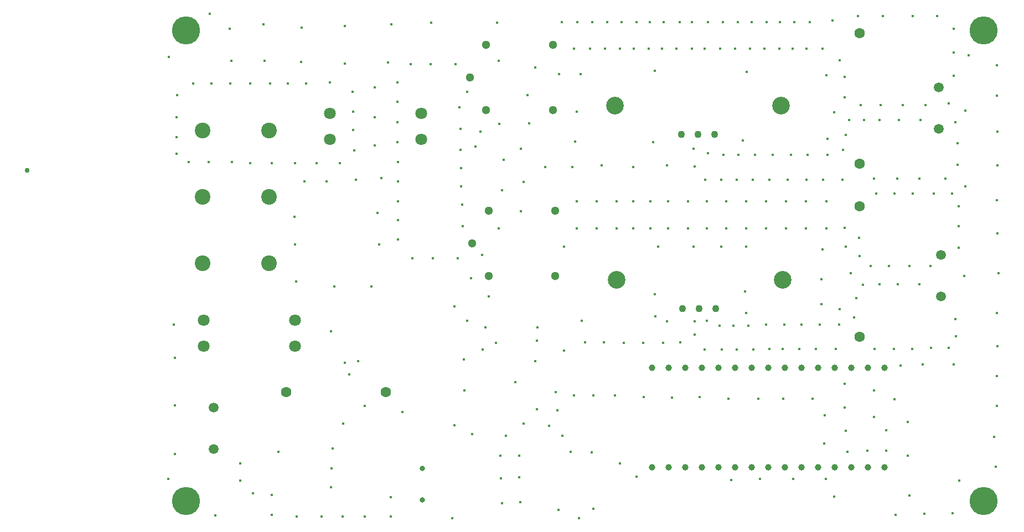
<source format=gbr>
%TF.GenerationSoftware,KiCad,Pcbnew,(6.0.6)*%
%TF.CreationDate,2023-06-01T04:12:44-08:00*%
%TF.ProjectId,FanSpeed_Controller,46616e53-7065-4656-945f-436f6e74726f,rev?*%
%TF.SameCoordinates,Original*%
%TF.FileFunction,Plated,1,2,PTH,Drill*%
%TF.FilePolarity,Positive*%
%FSLAX46Y46*%
G04 Gerber Fmt 4.6, Leading zero omitted, Abs format (unit mm)*
G04 Created by KiCad (PCBNEW (6.0.6)) date 2023-06-01 04:12:44*
%MOMM*%
%LPD*%
G01*
G04 APERTURE LIST*
%TA.AperFunction,ViaDrill*%
%ADD10C,0.400000*%
%TD*%
%TA.AperFunction,ComponentDrill*%
%ADD11C,0.762000*%
%TD*%
%TA.AperFunction,ComponentDrill*%
%ADD12C,0.800000*%
%TD*%
%TA.AperFunction,ComponentDrill*%
%ADD13C,1.000000*%
%TD*%
%TA.AperFunction,ComponentDrill*%
%ADD14C,1.100000*%
%TD*%
%TA.AperFunction,ComponentDrill*%
%ADD15C,1.300000*%
%TD*%
%TA.AperFunction,ComponentDrill*%
%ADD16C,1.500000*%
%TD*%
%TA.AperFunction,ComponentDrill*%
%ADD17C,1.600000*%
%TD*%
%TA.AperFunction,ComponentDrill*%
%ADD18C,1.800000*%
%TD*%
%TA.AperFunction,ComponentDrill*%
%ADD19C,2.400000*%
%TD*%
%TA.AperFunction,ComponentDrill*%
%ADD20C,2.700000*%
%TD*%
%TA.AperFunction,ComponentDrill*%
%ADD21C,4.300000*%
%TD*%
G04 APERTURE END LIST*
D10*
X101270000Y-112644000D03*
X101397000Y-48001000D03*
X102159000Y-89022000D03*
X102286000Y-94102000D03*
X102286000Y-101341000D03*
X102286000Y-108834000D03*
X102540000Y-57272000D03*
X102540000Y-60320000D03*
X102540000Y-62860000D03*
X102667000Y-53843000D03*
X104445000Y-64130000D03*
X105080000Y-52065000D03*
X107493000Y-64130000D03*
X107620000Y-41397000D03*
X107874000Y-52065000D03*
X108509000Y-118232000D03*
X110668000Y-43683000D03*
X110795000Y-52065000D03*
X110922000Y-48636000D03*
X111049000Y-64130000D03*
X112319000Y-110231000D03*
X112319000Y-112898000D03*
X113843000Y-52065000D03*
X113843000Y-64257000D03*
X114224000Y-114803000D03*
X115875000Y-43048000D03*
X116002000Y-48636000D03*
X116891000Y-52065000D03*
X117145000Y-64257000D03*
X117145000Y-115057000D03*
X117145000Y-118105000D03*
X118161000Y-108453000D03*
X119558000Y-52065000D03*
X120574000Y-72512000D03*
X120701000Y-64257000D03*
X120701000Y-76703000D03*
X120828000Y-82418000D03*
X120955000Y-118359000D03*
X121590000Y-48763000D03*
X121717000Y-43556000D03*
X122098000Y-67051000D03*
X122352000Y-52065000D03*
X124003000Y-64257000D03*
X124765000Y-118359000D03*
X125527000Y-67051000D03*
X126035000Y-51938000D03*
X126162000Y-90038000D03*
X126162000Y-113914000D03*
X126289000Y-110993000D03*
X126416000Y-107945000D03*
X126670000Y-83180000D03*
X127559000Y-64257000D03*
X127940000Y-118359000D03*
X128067000Y-104135000D03*
X128321000Y-43302000D03*
X128321000Y-49017000D03*
X128321000Y-94864000D03*
X128956000Y-96642000D03*
X129464000Y-53335000D03*
X129591000Y-56383000D03*
X129591000Y-59177000D03*
X129718000Y-62352000D03*
X129972000Y-66797000D03*
X130353000Y-94610000D03*
X131369000Y-101468000D03*
X131369000Y-118359000D03*
X132385000Y-83180000D03*
X132893000Y-52700000D03*
X132893000Y-57272000D03*
X132893000Y-61590000D03*
X133274000Y-71877000D03*
X133528000Y-76703000D03*
X133909000Y-66543000D03*
X134925000Y-48890000D03*
X135306000Y-115438000D03*
X135306000Y-118359000D03*
X135433000Y-43048000D03*
X136322000Y-51938000D03*
X136322000Y-54859000D03*
X136322000Y-58034000D03*
X136322000Y-61082000D03*
X136449000Y-64130000D03*
X136449000Y-67051000D03*
X136449000Y-70099000D03*
X136449000Y-73020000D03*
X136449000Y-75941000D03*
X137084000Y-102357000D03*
X138354000Y-49144000D03*
X138608000Y-78862000D03*
X141402000Y-49144000D03*
X141529000Y-42794000D03*
X141783000Y-78862000D03*
X144704000Y-118613000D03*
X145085000Y-86228000D03*
X145085000Y-104389000D03*
X145212000Y-49144000D03*
X145593000Y-78862000D03*
X145847000Y-55748000D03*
X145974000Y-59050000D03*
X145974000Y-62225000D03*
X146101000Y-65019000D03*
X146101000Y-67813000D03*
X146228000Y-70607000D03*
X146355000Y-73909000D03*
X146482000Y-94356000D03*
X146609000Y-99055000D03*
X146990000Y-53335000D03*
X146990000Y-88387000D03*
X147625000Y-81910000D03*
X147752000Y-105786000D03*
X148260000Y-61717000D03*
X149022000Y-59431000D03*
X149276000Y-78354000D03*
X149403000Y-92832000D03*
X149784000Y-89403000D03*
X150292000Y-84704000D03*
X151435000Y-91816000D03*
X151562000Y-42794000D03*
X151816000Y-48636000D03*
X151816000Y-74290000D03*
X151943000Y-58288000D03*
X152070000Y-109088000D03*
X152197000Y-112517000D03*
X152324000Y-68448000D03*
X152324000Y-116327000D03*
X152578000Y-63749000D03*
X152959000Y-106040000D03*
X154356000Y-97785000D03*
X154991000Y-109088000D03*
X154991000Y-112390000D03*
X155118000Y-116200000D03*
X155245000Y-62098000D03*
X155245000Y-71623000D03*
X155626000Y-67178000D03*
X155626000Y-104135000D03*
X156261000Y-53843000D03*
X156515000Y-58161000D03*
X157404000Y-49652000D03*
X157404000Y-94610000D03*
X157658000Y-91435000D03*
X157658000Y-101976000D03*
X157785000Y-89403000D03*
X158928000Y-64892000D03*
X159563000Y-104516000D03*
X160579000Y-99309000D03*
X160833000Y-102103000D03*
X160960000Y-117343000D03*
X161087000Y-50668000D03*
X161468000Y-42667000D03*
X161595000Y-106040000D03*
X161849000Y-77084000D03*
X161849000Y-92959000D03*
X162865000Y-108453000D03*
X163119000Y-64892000D03*
X163373000Y-46731000D03*
X163373000Y-99817000D03*
X163500000Y-60955000D03*
X163754000Y-56383000D03*
X163754000Y-70099000D03*
X163754000Y-74290000D03*
X163881000Y-42667000D03*
X164135000Y-118613000D03*
X164389000Y-50668000D03*
X164516000Y-88387000D03*
X165024000Y-91689000D03*
X165786000Y-46731000D03*
X166040000Y-108580000D03*
X166167000Y-42667000D03*
X166294000Y-99817000D03*
X166294000Y-117216000D03*
X166802000Y-70099000D03*
X166802000Y-74290000D03*
X167564000Y-64638000D03*
X167945000Y-91689000D03*
X168072000Y-46731000D03*
X168453000Y-42667000D03*
X169596000Y-99817000D03*
X169850000Y-70099000D03*
X169850000Y-74290000D03*
X170358000Y-46731000D03*
X170358000Y-110231000D03*
X170612000Y-42667000D03*
X170993000Y-91816000D03*
X172390000Y-64892000D03*
X172390000Y-70099000D03*
X172390000Y-74290000D03*
X172517000Y-46731000D03*
X172898000Y-42667000D03*
X172898000Y-112263000D03*
X173914000Y-91816000D03*
X174041000Y-100071000D03*
X174803000Y-46731000D03*
X174930000Y-42667000D03*
X175057000Y-70099000D03*
X175057000Y-74290000D03*
X175438000Y-61082000D03*
X175692000Y-50160000D03*
X175692000Y-84323000D03*
X175819000Y-87752000D03*
X176200000Y-77084000D03*
X176835000Y-46731000D03*
X176962000Y-91816000D03*
X177089000Y-42667000D03*
X177597000Y-64638000D03*
X177597000Y-88514000D03*
X177724000Y-70099000D03*
X177724000Y-74290000D03*
X178359000Y-100198000D03*
X178994000Y-46731000D03*
X179502000Y-42667000D03*
X179629000Y-91689000D03*
X180772000Y-70099000D03*
X180772000Y-74290000D03*
X181407000Y-42667000D03*
X181407000Y-46731000D03*
X181661000Y-62098000D03*
X181661000Y-77084000D03*
X181788000Y-64765000D03*
X181788000Y-88514000D03*
X181788000Y-90546000D03*
X182550000Y-100071000D03*
X183312000Y-46731000D03*
X183312000Y-92832000D03*
X183439000Y-66797000D03*
X183693000Y-70099000D03*
X183693000Y-74290000D03*
X183693000Y-88387000D03*
X183820000Y-42667000D03*
X183820000Y-62733000D03*
X185598000Y-89149000D03*
X185725000Y-46731000D03*
X185852000Y-66797000D03*
X185852000Y-77084000D03*
X185979000Y-92832000D03*
X186106000Y-42667000D03*
X186233000Y-62987000D03*
X186614000Y-70099000D03*
X186614000Y-74290000D03*
X186995000Y-100325000D03*
X187376000Y-112771000D03*
X187757000Y-89149000D03*
X188011000Y-46731000D03*
X188265000Y-66797000D03*
X188265000Y-92832000D03*
X188392000Y-42667000D03*
X188519000Y-62987000D03*
X189154000Y-60828000D03*
X189535000Y-83942000D03*
X189662000Y-70099000D03*
X189662000Y-74290000D03*
X189662000Y-77084000D03*
X189662000Y-87244000D03*
X189789000Y-50287000D03*
X190043000Y-89149000D03*
X190297000Y-46731000D03*
X190551000Y-42667000D03*
X190678000Y-66797000D03*
X190805000Y-92832000D03*
X191059000Y-62987000D03*
X191567000Y-100325000D03*
X191821000Y-112644000D03*
X192456000Y-46731000D03*
X192710000Y-70099000D03*
X192710000Y-74290000D03*
X192710000Y-89022000D03*
X192837000Y-42667000D03*
X193218000Y-66797000D03*
X193218000Y-92705000D03*
X193726000Y-62987000D03*
X194742000Y-46731000D03*
X194869000Y-42667000D03*
X195250000Y-92705000D03*
X195377000Y-100325000D03*
X195504000Y-89022000D03*
X195758000Y-70099000D03*
X195758000Y-74290000D03*
X196012000Y-66797000D03*
X196520000Y-62987000D03*
X196774000Y-46731000D03*
X196901000Y-112644000D03*
X197028000Y-42667000D03*
X197790000Y-92705000D03*
X198171000Y-89022000D03*
X198806000Y-70099000D03*
X198806000Y-74290000D03*
X198933000Y-46731000D03*
X198933000Y-66797000D03*
X199060000Y-62987000D03*
X199441000Y-42667000D03*
X199822000Y-100325000D03*
X200330000Y-92705000D03*
X200965000Y-89022000D03*
X201219000Y-82037000D03*
X201219000Y-85847000D03*
X201346000Y-46731000D03*
X201346000Y-77465000D03*
X201473000Y-66797000D03*
X201600000Y-107183000D03*
X201727000Y-102865000D03*
X201854000Y-112644000D03*
X201981000Y-50795000D03*
X201981000Y-70099000D03*
X201981000Y-74290000D03*
X202108000Y-60574000D03*
X202108000Y-62987000D03*
X202870000Y-42413000D03*
X203124000Y-56510000D03*
X203125000Y-115311000D03*
X203378000Y-92705000D03*
X203886000Y-89022000D03*
X204013000Y-48509000D03*
X204013000Y-86609000D03*
X204394000Y-66797000D03*
X204521000Y-62225000D03*
X204775000Y-51049000D03*
X204775000Y-54224000D03*
X204775000Y-74163000D03*
X204775000Y-98039000D03*
X204775000Y-101722000D03*
X204902000Y-59939000D03*
X204902000Y-77084000D03*
X204902000Y-105278000D03*
X205156000Y-108453000D03*
X205410000Y-57653000D03*
X205664000Y-81148000D03*
X206172000Y-87879000D03*
X206553000Y-84958000D03*
X206807000Y-41778000D03*
X206934000Y-75687000D03*
X207061000Y-78481000D03*
X207188000Y-55367000D03*
X207569000Y-82926000D03*
X207696000Y-57653000D03*
X208204000Y-108326000D03*
X208712000Y-80005000D03*
X209220000Y-66670000D03*
X209220000Y-99055000D03*
X209220000Y-103119000D03*
X209347000Y-92705000D03*
X209601000Y-68956000D03*
X210109000Y-57653000D03*
X210109000Y-82799000D03*
X210236000Y-55367000D03*
X210617000Y-41778000D03*
X211125000Y-105151000D03*
X211125000Y-108326000D03*
X211506000Y-80005000D03*
X212268000Y-92705000D03*
X212395000Y-68956000D03*
X212395000Y-100452000D03*
X212522000Y-118105000D03*
X212776000Y-66670000D03*
X212903000Y-82799000D03*
X213030000Y-57653000D03*
X213284000Y-95245000D03*
X213665000Y-55367000D03*
X214427000Y-103881000D03*
X214427000Y-109088000D03*
X214681000Y-80005000D03*
X214681000Y-115184000D03*
X215062000Y-92705000D03*
X215189000Y-41778000D03*
X215189000Y-68956000D03*
X216205000Y-66670000D03*
X216205000Y-82799000D03*
X216332000Y-57653000D03*
X216713000Y-95118000D03*
X216967000Y-117978000D03*
X217094000Y-55367000D03*
X217856000Y-80005000D03*
X217983000Y-92578000D03*
X218364000Y-68956000D03*
X218872000Y-41778000D03*
X220142000Y-66670000D03*
X220650000Y-55113000D03*
X220650000Y-92578000D03*
X221158000Y-68956000D03*
X221285000Y-117851000D03*
X221412000Y-43683000D03*
X221412000Y-47366000D03*
X221412000Y-50922000D03*
X221412000Y-95118000D03*
X221666000Y-58034000D03*
X221666000Y-88133000D03*
X221793000Y-90800000D03*
X222047000Y-61209000D03*
X222047000Y-64511000D03*
X222174000Y-70861000D03*
X222174000Y-73909000D03*
X222174000Y-77211000D03*
X222301000Y-112898000D03*
X223063000Y-81529000D03*
X223190000Y-56256000D03*
X223190000Y-67813000D03*
X223698000Y-47747000D03*
X227635000Y-106167000D03*
X227889000Y-110739000D03*
X228016000Y-49271000D03*
X228016000Y-53970000D03*
X228016000Y-69972000D03*
X228016000Y-87244000D03*
X228016000Y-96896000D03*
X228016000Y-101468000D03*
X228143000Y-59431000D03*
X228143000Y-64638000D03*
X228143000Y-75052000D03*
X228143000Y-92324000D03*
X228270000Y-81148000D03*
D11*
%TO.C,REF\u002A\u002A*%
X79680000Y-65400000D03*
D12*
%TO.C,X1*%
X140132000Y-110976000D03*
X140132000Y-115856000D03*
D13*
%TO.C,A1*%
X175312000Y-95616000D03*
X175312000Y-110856000D03*
X177852000Y-95616000D03*
X177852000Y-110856000D03*
X180392000Y-95616000D03*
X180392000Y-110856000D03*
X182932000Y-95616000D03*
X182932000Y-110856000D03*
X185472000Y-95616000D03*
X185472000Y-110856000D03*
X188012000Y-95616000D03*
X188012000Y-110856000D03*
X190552000Y-95616000D03*
X190552000Y-110856000D03*
X193092000Y-95616000D03*
X193092000Y-110856000D03*
X195632000Y-95616000D03*
X195632000Y-110856000D03*
X198172000Y-95616000D03*
X198172000Y-110856000D03*
X200712000Y-95616000D03*
X200712000Y-110856000D03*
X203252000Y-95616000D03*
X203252000Y-110856000D03*
X205792000Y-95616000D03*
X205792000Y-110856000D03*
X208332000Y-95616000D03*
X208332000Y-110856000D03*
X210872000Y-95616000D03*
X210872000Y-110856000D03*
D14*
%TO.C,Q1*%
X179820500Y-59868000D03*
%TO.C,Q2*%
X179947500Y-86538000D03*
%TO.C,Q1*%
X182360500Y-59868000D03*
%TO.C,Q2*%
X182487500Y-86538000D03*
%TO.C,Q1*%
X184900500Y-59868000D03*
%TO.C,Q2*%
X185027500Y-86538000D03*
D15*
%TO.C,K1*%
X147425000Y-51176000D03*
%TO.C,K2*%
X147806000Y-76576000D03*
%TO.C,K1*%
X149925000Y-46176000D03*
X149925000Y-56176000D03*
%TO.C,K2*%
X150306000Y-71576000D03*
X150306000Y-81576000D03*
%TO.C,K1*%
X160125000Y-46176000D03*
X160125000Y-56176000D03*
%TO.C,K2*%
X160506000Y-71576000D03*
X160506000Y-81576000D03*
D16*
%TO.C,J2*%
X108255000Y-101722000D03*
X108255000Y-108072000D03*
%TO.C,J3*%
X219127000Y-52700000D03*
X219127000Y-59050000D03*
%TO.C,J4*%
X219507000Y-78354000D03*
X219507000Y-84704000D03*
D17*
%TO.C,D1*%
X119304000Y-99309000D03*
X134544000Y-99309000D03*
%TO.C,D2*%
X207061000Y-44351000D03*
X207061000Y-64351000D03*
%TO.C,D3*%
X207061000Y-70894000D03*
X207061000Y-90894000D03*
D18*
%TO.C,FH2*%
X106716000Y-88292000D03*
X106716000Y-92292000D03*
X120716000Y-88292000D03*
X120716000Y-92292000D03*
%TO.C,FH1*%
X126020000Y-56669000D03*
X126020000Y-60669000D03*
X140020000Y-56669000D03*
X140020000Y-60669000D03*
D19*
%TO.C,J1*%
X106555500Y-59304000D03*
X106555500Y-69464000D03*
X106555500Y-79624000D03*
X116715500Y-59304000D03*
X116715500Y-69464000D03*
X116715500Y-79624000D03*
D20*
%TO.C,HeatSink2*%
X169660500Y-55494000D03*
%TO.C,HeatSink1*%
X169914500Y-82164000D03*
%TO.C,HeatSink2*%
X195060500Y-55494000D03*
%TO.C,HeatSink1*%
X195314500Y-82164000D03*
D21*
%TO.C,H1*%
X104000000Y-44000000D03*
%TO.C,H2*%
X104000000Y-116000000D03*
%TO.C,H4*%
X226000000Y-44000000D03*
%TO.C,H3*%
X226000000Y-116000000D03*
M02*

</source>
